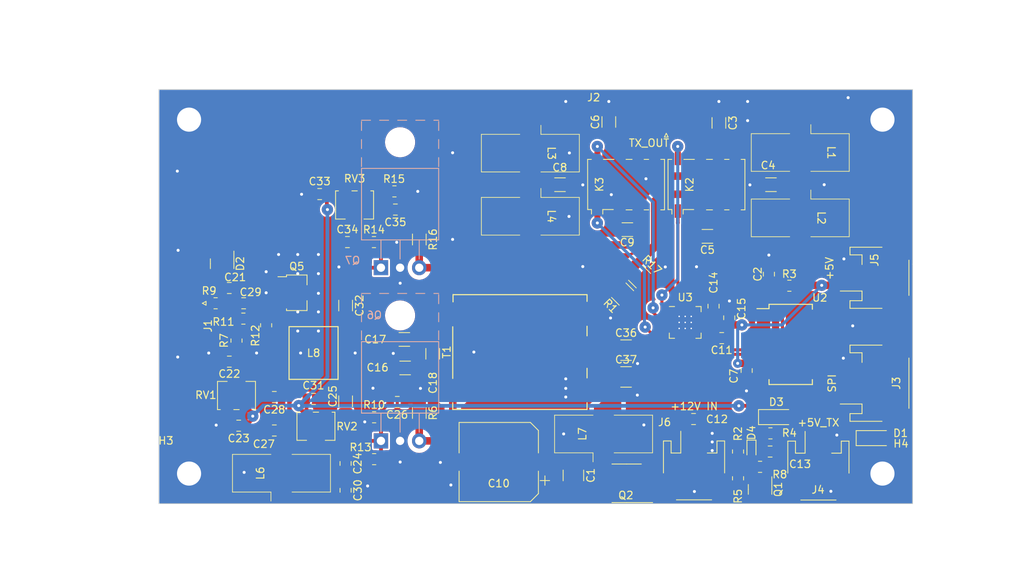
<source format=kicad_pcb>
(kicad_pcb (version 20221018) (generator pcbnew)
  (layers (0 "F.Cu" signal) (31 "B.Cu" signal) (34 "B.Paste" user) (35 "F.Paste" user) (36 "B.SilkS" user "B.Silkscreen") (37 "F.SilkS" user "F.Silkscreen") (38 "B.Mask" user) (39 "F.Mask" user) (44 "Edge.Cuts" user))
  (net 0 "")
  (net 1 "Earth")
  (net 2 "+12V_TX")
  (net 3 "Net-(U2-A0)")
  (net 4 "+5V")
  (net 5 "Net-(U3-VCP)")
  (net 6 "Net-(U3-VINT)")
  (net 7 "Net-(Q5-G)")
  (net 8 "Net-(C21-Pad2)")
  (net 9 "Net-(C22-Pad1)")
  (net 10 "+5V_TX")
  (net 11 "Net-(C24-Pad2)")
  (net 12 "Net-(Q6-G)")
  (net 13 "Net-(C25-Pad2)")
  (net 14 "Net-(C26-Pad1)")
  (net 15 "Net-(C27-Pad1)")
  (net 16 "Net-(C29-Pad1)")
  (net 17 "Net-(Q7-G)")
  (net 18 "Net-(C32-Pad2)")
  (net 19 "Net-(C34-Pad2)")
  (net 20 "Net-(C35-Pad1)")
  (net 21 "/DRNP")
  (net 22 "/S80M")
  (net 23 "/R80M")
  (net 24 "/S10M")
  (net 25 "/R10M")
  (net 26 "Net-(Q5-D)")
  (net 27 "/DRN_1")
  (net 28 "Net-(J1-In)")
  (net 29 "/DRN_2")
  (net 30 "/S_80M")
  (net 31 "/R_80M")
  (net 33 "/R_10M")
  (net 34 "/S_10M")
  (net 39 "SCL")
  (net 40 "SDA")
  (net 53 "Net-(D4-K)")
  (net 54 "Net-(Q1-G)")
  (net 55 "Net-(D3-K)")
  (net 56 "Net-(D4-A)")
  (net 57 "Net-(Q1-D)")
  (net 58 "/FLT4M_1")
  (net 59 "/FLT4M_2")
  (net 60 "/FLT4M_3")
  (net 61 "/FLT30M_1")
  (net 62 "/FLT30M_2")
  (net 63 "/FLT30M_3")
  (net 64 "/FLT_OUT")
  (net 65 "/FLT_IN")
  (footprint "Potentiometer_SMD:Potentiometer_Bourns_3214W_Vertical" (layer "F.Cu") (at 60.833 64.717)
    (fp_text reference "RV2")
    (fp_text value "502")
  )
  (footprint "Capacitor_SMD:C_1210_3225Metric" (layer "F.Cu") (at 101.981 54.61 180)
    (fp_text reference "C36")
    (fp_text value "223")
  )
  (footprint "Resistor_SMD:R_0805_2012Metric" (layer "F.Cu") (at 116.84 68.072 -90)
    (fp_text reference "R2")
    (fp_text value "103")
  )
  (footprint "Capacitor_SMD:C_0805_2012Metric" (layer "F.Cu") (at 64.77 69.657 90)
    (fp_text reference "C24")
    (fp_text value "104")
  )
  (footprint "Capacitor_SMD:C_1206_3216Metric" (layer "F.Cu") (at 76.327 55.0926 90)
    (fp_text reference "C18")
    (fp_text value "331")
  )
  (footprint "Package_DFN_QFN:Texas_S-PWQFN-N16_EP2.1x2.1mm_ThermalVias" (layer "F.Cu") (at 109.8296 50.927)
    (fp_text reference "U3")
    (fp_text value "DRV8833RTY")
  )
  (footprint "Capacitor_SMD:C_0805_2012Metric" (layer "F.Cu") (at 120.9294 44.516 -90)
    (fp_text reference "C2")
    (fp_text value "104")
  )
  (footprint "Capacitor_SMD:C_1206_3216Metric" (layer "F.Cu") (at 72.6694 56.9722)
    (fp_text reference "C16")
    (fp_text value "561")
  )
  (footprint "Capacitor_SMD:C_0805_2012Metric" (layer "F.Cu") (at 71.374 35.941 180)
    (fp_text reference "C35")
    (fp_text value "223")
  )
  (footprint "Resistor_SMD:R_1206_3216Metric" (layer "F.Cu") (at 74.549 39.9141 -90)
    (fp_text reference "R16")
    (fp_text value "751")
  )
  (footprint "Diode_SMD:D_SOD-523" (layer "F.Cu") (at 118.618 67.818 -90)
    (fp_text reference "D4")
    (fp_text value "DZ2S100X0L")
  )
  (footprint "Connector_JST:JST_PH_S2B-PH-SM4-TB_1x02-1MP_P2.00mm_Horizontal" (layer "F.Cu") (at 135 45 90)
    (fp_text reference "J5")
    (fp_text value "+5V")
  )
  (footprint "PhilsFootprintLibrary:L_T50_L13_W8_P5mm" (layer "F.Cu") (at 56.261 70.953 90)
    (fp_text reference "L6")
    (fp_text value "10T")
  )
  (footprint "Resistor_SMD:R_0805_2012Metric" (layer "F.Cu") (at 54.229 51.308 -90)
    (fp_text reference "R12")
    (fp_text value "681")
  )
  (footprint "Capacitor_SMD:C_0805_2012Metric" (layer "F.Cu") (at 55.311 65.278 180)
    (fp_text reference "C27")
    (fp_text value "104")
  )
  (footprint "Diode_SMD:D_SOD-123" (layer "F.Cu") (at 121.919 63.5)
    (fp_text reference "D3")
    (fp_text value "1N4148W")
  )
  (footprint "Relay_SMD:Relay_DPDT_Omron_G6K-2F-Y" (layer "F.Cu") (at 101.981 32.639 90)
    (fp_text reference "K3")
    (fp_text value "G6KU-2")
  )
  (footprint "Resistor_SMD:R_1210_3225Metric_Pad1.30x2.65mm_HandSolder" (layer "F.Cu") (at 101.519984 47.163984 -45)
    (fp_text reference "R1")
    (fp_text value "511")
  )
  (footprint "Capacitor_SMD:C_1206_3216Metric" (layer "F.Cu") (at 64.77 61.39 90)
    (fp_text reference "C25")
    (fp_text value "104")
  )
  (footprint "Connector_JST:JST_PH_S2B-PH-SM4-TB_1x02-1MP_P2.00mm_Horizontal" (layer "F.Cu") (at 127.5 70)
    (fp_text reference "J4")
    (fp_text value "+5V_TX")
  )
  (footprint "Potentiometer_SMD:Potentiometer_Bourns_3214W_Vertical" (layer "F.Cu") (at 50.292 60.632 180)
    (fp_text reference "RV1")
    (fp_text value "502")
  )
  (footprint "Resistor_SMD:R_1210_3225Metric_Pad1.30x2.65mm_HandSolder" (layer "F.Cu") (at 103.780584 44.877984 -45)
    (fp_text reference locked "R17")
    (fp_text value "511")
  )
  (footprint "Capacitor_SMD:C_0805_2012Metric" (layer "F.Cu") (at 49.337 46.355 180)
    (fp_text reference "C21")
    (fp_text value "104")
  )
  (footprint "Connector_JST:JST_PH_S3B-PH-SM4-TB_1x03-1MP_P2.00mm_Horizontal" (layer "F.Cu") (at 135 59 90)
    (fp_text reference "J3")
    (fp_text value "SPI")
  )
  (footprint "Capacitor_SMD:C_0805_2012Metric" (layer "F.Cu") (at 61.3308 33.8836)
    (fp_text reference "C33")
    (fp_text value "104")
  )
  (footprint "Resistor_SMD:R_0805_2012Metric" (layer "F.Cu") (at 51.2045 50.419 180)
    (fp_text reference "R11")
    (fp_text value "472")
  )
  (footprint "MountingHole:MountingHole_3.2mm_M3_Pad" (layer "F.Cu") (at 136 24)
    (fp_text reference "H2" hide)
    (fp_text value "MH")
  )
  (footprint "Resistor_SMD:R_0805_2012Metric" (layer "F.Cu") (at 68.5311 40.259)
    (fp_text reference "R14")
    (fp_text value "331")
  )
  (footprint "Capacitor_SMD:C_0805_2012Metric" (layer "F.Cu") (at 55.311 60.833 180)
    (fp_text reference "C28")
    (fp_text value "104")
  )
  (footprint "Resistor_SMD:R_0805_2012Metric" (layer "F.Cu") (at 123.6472 46.0502 180)
    (fp_text reference "R3")
    (fp_text value "103")
  )
  (footprint "MountingHole:MountingHole_3.2mm_M3_Pad" (layer "F.Cu") (at 44 71)
    (fp_text reference "H3")
    (fp_text value "MH")
  )
  (footprint "Capacitor_SMD:C_1206_3216Metric" (layer "F.Cu") (at 114.3 24.433 -90)
    (fp_text reference "C3")
    (fp_text value "102")
  )
  (footprint "PhilsFootprintLibrary:L_T50_L13_W8_P5mm" (layer "F.Cu") (at 89.281 36.83 -90)
    (fp_text reference "L4")
    (fp_text value "330n, T50-6, 9t")
  )
  (footprint "Capacitor_SMD:C_0805_2012Metric" (layer "F.Cu") (at 110.937 63.754 180)
    (fp_text reference "C12")
    (fp_text value "104")
  )
  (footprint "Package_TO_SOT_SMD:SOT-23" (layer "F.Cu") (at 119.761 73.1012 -90)
    (fp_text reference "Q1")
    (fp_text value "BSS138")
  )
  (footprint "Package_TO_SOT_SMD:SOT-23" (layer "F.Cu") (at 48.387 43.1315 -90)
    (fp_text reference "D2")
    (fp_text value "BAV99")
  )
  (footprint "Capacitor_SMD:C_0805_2012Metric" (layer "F.Cu") (at 114.6708 53.0098)
    (fp_text reference "C11")
    (fp_text value "104")
  )
  (footprint "Capacitor_SMD:C_0805_2012Metric" (layer "F.Cu") (at 60.513 61.087 180)
    (fp_text reference "C31")
    (fp_text value "104")
  )
  (footprint "Capacitor_SMD:C_1210_3225Metric" (layer "F.Cu") (at 94.996 71.247 -90)
    (fp_text reference "C1")
    (fp_text value "104")
  )
  (footprint "Resistor_SMD:R_0805_2012Metric" (layer "F.Cu") (at 116.84 71.628 90)
    (fp_text reference "R5")
    (fp_text value "102")
  )
  (footprint "Capacitor_SMD:C_0805_2012Metric" (layer "F.Cu") (at 117.983 57.3176 -90)
    (fp_text reference "C7")
    (fp_text value "104")
  )
  (footprint "MountingHole:MountingHole_3.2mm_M3_Pad" (layer "F.Cu") (at 44 24)
    (fp_text reference "H1" hide)
    (fp_text value "MH")
  )
  (footprint "Capacitor_SMD:CP_Elec_10x12.6" (layer "F.Cu") (at 85.09 69.469 180)
    (fp_text reference "C10")
    (fp_text value "1000uFx16V")
  )
  (footprint "Resistor_SMD:R_0805_2012Metric" (layer "F.Cu") (at 71.247 33.528 180)
    (fp_text reference "R15")
    (fp_text value "472")
  )
  (footprint "Capacitor_SMD:C_1206_3216Metric" (layer "F.Cu") (at 64.77 48.69 -90)
    (fp_text reference "C32")
    (fp_text value "104")
  )
  (footprint "PhilsFootprintLibrary:L_T50_L13_W8_P5mm" (layer "F.Cu") (at 125.095 37.044 -90)
    (fp_text reference "L2")
    (fp_text value "T50-2, 21t")
  )
  (footprint "Resistor_SMD:R_0805_2012Metric" (layer "F.Cu") (at 119.761 70.104 180)
    (fp_text reference "R8")
    (fp_text value "475")
  )
  (footprint "PhilsFootprintLibrary:Balun_BN-43-2402_SMD" (layer "F.Cu") (at 60.52 54.991)
    (fp_text reference "L8")
    (fp_text value "1:3")
  )
  (footprint "Resistor_SMD:R_0805_2012Metric" (layer "F.Cu") (at 47.5234 48.387)
    (fp_text reference "R9")
    (fp_text value "47R")
  )
  (footprint "Connector_Coaxial:SMA_Amphenol_132289_EdgeMount" (layer "F.Cu") (at 42.55 48.387 180)
    (fp_text reference "J1")
    (fp_text value "TX_IN")
  )
  (footprint "Capacitor_SMD:C_0805_2012Metric" (layer "F.Cu") (at 65.0138 40.259)
    (fp_text reference "C34")
    (fp_text value "104")
  )
  (footprint "Capacitor_SMD:C_0805_2012Metric" (layer "F.Cu") (at 113.5888 48.768 90)
    (fp_text reference "C14")
    (fp_text value "106")
  )
  (footprint "Capacitor_SMD:C_1206_3216Metric" (layer "F.Cu") (at 121.207 32.639)
    (fp_text reference "C4")
    (fp_text value "152")
  )
  (footprint "MountingHole:MountingHole_3.2mm_M3_Pad" (layer "F.Cu") (at 136 71)
    (fp_text reference "H4")
    (fp_text value "MH")
  )
  (footprint "Connector_Coaxial:SMA_Amphenol_132289_EdgeMount" (layer "F.Cu") (at 107.315 22.606 90)
    (fp_text reference "J2")
    (fp_text value "TX_OUT")
  )
  (footprint "Resistor_SMD:R_0805_2012Metric" (layer "F.Cu") (at 121.1345 65.659 180)
    (fp_text reference "R4")
    (fp_text value "103")
  )
  (footprint "Capacitor_SMD:C_1206_3216Metric" (layer "F.Cu") (at 99.695 24.306 -90)
    (fp_text reference "C6")
    (fp_text value "100p")
  )
  (footprint "Capacitor_SMD:C_0805_2012Metric" (layer "F.Cu") (at 115.6716 50.3072 -90)
    (fp_text reference "C15")
    (fp_text value "104")
  )
  (footprint "Capacitor_SMD:C_0805_2012Metric" (layer "F.Cu") (at 51.242 48.387 180)
    (fp_text reference "C29")
    (fp_text value "103")
  )
  (footprint "Resistor_SMD:R_0805_2012Metric" (layer "F.Cu") (at 50.292 53.34 90)
    (fp_text reference "R7")
    (fp_text value "331")
  )
  (footprint "Capacitor_SMD:C_1206_3216Metric" (layer "F.Cu") (at 93.218 32.639 180)
    (fp_text reference "C8")
    (fp_text value "220p")
  )
  (footprint "PhilsFootprintLibrary:Balun_5PIN_BN-43-202_SMD_Inverse" (layer "F.Cu") (at 87.884 54.864 180)
    (fp_text reference "T1")
    (fp_text value "0.5+0.5T:4T")
  )
  (footprint "Diode_SMD:D_SOD-123" (layer "F.Cu") (at 134.874 66.294)
    (fp_text reference "D1")
    (fp_text value "1N4148W")
  )
  (footprint "Capacitor_SMD:C_0805_2012Metric" (layer "F.Cu") (at 50.5866 64.643 180)
    (fp_text reference "C23")
    (fp_text value "104")
  )
  (footprint "Capacitor_SMD:C_0805_2012Metric" (layer "F.Cu") (at 64.77 73.218 90)
    (fp_text reference "C30")
    (fp_text value "104")
  )
  (footprint "Connector_JST:JST_PH_S2B-PH-SM4-TB_1x02-1MP_P2.00mm_Horizontal" (layer "F.Cu") (at 111 69.977)
    (fp_text reference "J6")
    (fp_text value "+12V IN")
  )
  (footprint "Capacitor_SMD:C_1206_3216Metric" (layer "F.Cu") (at 72.5678 53.1876)
    (fp_text reference "C17")
    (fp_text value "561")
  )
  (footprint "Capacitor_SMD:C_1210_3225Metric" (layer "F.Cu") (at 101.981 58.166)
    (fp_text reference "C37")
    (fp_text value "104")
  )
  (footprint "Capacitor_SMD:C_0805_2012Metric" (layer "F.Cu") (at 49.342 56.134 180)
    (fp_text reference "C22")
    (fp_text value "104")
  )
  (footprint "Capacitor_SMD:C_0805_2012Metric" (layer "F.Cu") (at 121.097 68.072 180)
    (fp_text reference "C13")
    (fp_text value "106")
  )
  (footprint "Capacitor_SMD:C_1206_3216Metric" (layer "F.Cu") (at 102.157 38.608)
    (fp_text reference "C9")
    (fp_text value "100p")
  )
  (footprint "PhilsFootprintLibrary:L_T50_L13_W8_P5mm" (layer "F.Cu") (at 99 65.746 90)
    (fp_text reference "L7")
    (fp_text value "T50-2, 15T, d0.5")
  )
  (footprint "Relay_SMD:Relay_DPDT_Omron_G6K-2F-Y" (layer "F.Cu") (at 112.649 32.639 90)
    (fp_text reference "K2")
    (fp_text value "G6KU-2")
  )
  (footprint "Capacitor_SMD:C_1206_3216Metric" (layer "F.Cu") (at 112.776 39.497)
    (fp_text reference "C5")
    (fp_text value "102")
  )
  (footprint "Resistor_SMD:R_1206_3216Metric" (layer "F.Cu") (at 74.549 62.9519 -90)
    (fp_text reference "R6")
    (fp_text value "751")
  )
  (footprint "PhilsFootprintLibrary:L_T50_L13_W8_P5mm" (layer "F.Cu") (at 89.281 28.448 -90)
    (fp_text reference "L3")
    (fp_text value "330nHn")
  )
  (footprint "Package_SO:SOIC-8_3.9x4.9mm_P1.27mm" (layer "F.Cu") (at 102.0572 72.2884 180)
    (fp_text reference "Q2")
    (fp_text value "IRF7324")
  )
  (footprint "Resistor_SMD:R_0805_2012Metric" (layer "F.Cu") (at 68.5565 69.088)
    (fp_text reference "R13")
    (fp_text value "331")
  )
  (footprint "Capacitor_SMD:C_0805_2012Metric" (layer "F.Cu") (at 71.628 61.4934 180)
    (fp_text reference "C26")
    (fp_text value "223")
  )
  (footprint "Resistor_SMD:R_0805_2012Metric" (layer "F.Cu") (at 68.5565 63.5254)
    (fp_text reference "R10")
    (fp_text value "472")
  )
  (footprint "Potentiometer_SMD:Potentiometer_Bourns_3214W_Vertical" (layer "F.Cu") (at 65.9638 35.3314)
    (fp_text reference "RV3")
    (fp_text value "502")
  )
  (footprint "PhilsFootprintLibrary:L_T50_L13_W8_P5mm" (layer "F.Cu") (at 125.095 28.361 -90)
    (fp_text reference "L1")
    (fp_text value "2.2uH")
  )
  (footprint "Package_TO_SOT_SMD:SOT-89-3" (layer "F.Cu") (at 58.293 46.99)
    (fp_text reference "Q5")
    (fp_text value "RD01MUS2B")
  )
  (footprint "Package_SO:SSOP-28_5.3x10.2mm_P0.65mm" (layer "F.Cu") (at 123.825 53.848)
    (fp_text reference "U2")
    (fp_text value "MCP23017_SS")
  )
  (footprint "Package_TO_SOT_THT:TO-220-3_Horizontal_TabUp" (layer "B.Cu") (at 69.46 43.66)
    (fp_text reference "Q7")
    (fp_text value "RD16HHF1")
  )
  (footprint "Package_TO_SOT_THT:TO-220-3_Horizontal_TabUp" (layer "B.Cu") (at 69.46 66.66)
    (fp_text reference "Q6")
    (fp_text value "RD16HHF1")
  )
  (gr_line (start 140 75) (end 40 75) (stroke (width 0.1)) (layer "Edge.Cuts"))
  (gr_line (start 40 50.8) (end 40 20) (stroke (width 0.1)) (layer "Edge.Cuts"))
  (gr_line (start 40 20) (end 140 20) (stroke (width 0.1)) (layer "Edge.Cuts"))
  (gr_line (start 140 43.2) (end 140 75) (stroke (width 0.1)) (layer "Edge.Cuts"))
  (gr_line (start 140 20) (end 140 43.2) (stroke (width 0.1)) (layer "Edge.Cuts"))
  (gr_line (start 40 75) (end 40 50.8) (stroke (width 0.1)) (layer "Edge.Cuts"))
  (via (at 42.4942 55.5244) (size 0.8) (drill 0.4) (layers "F.Cu" "B.Cu") (net 1))
  (via (at 114.3 21.59) (size 0.8) (drill 0.4) (layers "F.Cu" "B.Cu") (net 1))
  (via (at 113.411 65.659) (size 0.8) (drill 0.4) (layers "F.Cu" "B.Cu") (net 1))
  (via (at 103.4796 60.579) (size 0.8) (drill 0.4) (layers "F.Cu" "B.Cu") (net 1))
  (via (at 72.009 69.469) (size 0.8) (drill 0.4) (layers "F.Cu" "B.Cu") (net 1))
  (via (at 93.7006 65.7352) (size 0.8) (drill 0.4) (layers "F.Cu" "B.Cu") (net 1))
  (via (at 104.3432 64.5414) (size 0.8) (drill 0.4) (layers "F.Cu" "B.Cu") (net 1))
  (via (at 118.11 21.59) (size 0.8) (drill 0.4) (layers "F.Cu" "B.Cu") (net 1))
  (via (at 115.697 48.0822) (size 0.8) (drill 0.4) (layers "F.Cu" "B.Cu") (net 1))
  (via (at 96.2406 43.5102) (size 0.8) (drill 0.4) (layers "F.Cu" "B.Cu") (net 1))
  (via (at 54.229 44.196) (size 0.8) (drill 0.4) (layers "F.Cu" "B.Cu") (net 1))
  (via (at 74.3458 33.528) (size 0.8) (drill 0.4) (layers "F.Cu" "B.Cu") (net 1))
  (via (at 94.4626 28.4226) (size 0.8) (drill 0.4) (layers "F.Cu" "B.Cu") (net 1))
  (via (at 42.545 41.3512) (size 0.8) (drill 0.4) (layers "F.Cu" "B.Cu") (net 1))
  (via (at 118.11 24.13) (size 0.8) (drill 0.4) (layers "F.Cu" "B.Cu") (net 1))
  (via (at 107.188 43.561) (size 0.8) (drill 0.4) (layers "F.Cu" "B.Cu") (net 1))
  (via (at 52.959 54.991) (size 0.8) (drill 0.4) (layers "F.Cu" "B.Cu") (net 1))
  (via (at 93.98 59.69) (size 0.8) (drill 0.4) (layers "F.Cu" "B.Cu") (net 1))
  (via (at 54.229 46.99) (size 0.8) (drill 0.4) (layers "F.Cu" "B.Cu") (net 1))
  (via (at 113.411 66.802) (size 0.8) (drill 0.4) (layers "F.Cu" "B.Cu") (net 1))
  (via (at 111.0488 73.3806) (size 0.8) (drill 0.4) (layers "F.Cu" "B.Cu") (net 1))
  (via (at 93.98 60.833) (size 0.8) (drill 0.4) (layers "F.Cu" "B.Cu") (net 1))
  (via (at 61.1632 47.0662) (size 0.8) (drill 0.4) (layers "F.Cu" "B.Cu") (net 1))
  (via (at 94.4118 36.8554) (size 0.8) (drill 0.4) (layers "F.Cu" "B.Cu") (net 1))
  (via (at 71.5518 40.2844) (size 0.8) (drill 0.4) (layers "F.Cu" "B.Cu") (net 1))
  (via (at 61.1632 44.45) (size 0.8) (drill 0.4) (layers "F.Cu" "B.Cu") (net 1))
  (via (at 71.0946 55.0418) (size 0.8) (drill 0.4) (layers "F.Cu" "B.Cu") (net 1))
  (via (at 47.5996 64.5668) (size 0.8) (drill 0.4) (layers "F.Cu" "B.Cu") (net 1))
  (via (at 96.2406 32.6644) (size 0.8) (drill 0.4) (layers "F.Cu" "B.Cu") (net 1))
  (via (at 130.81 55.6768) (size 0.8) (drill 0.4) (layers "F.Cu" "B.Cu") (net 1))
  (via (at 58.928 33.909) (size 0.8) (drill 0.4) (layers "F.Cu" "B.Cu") (net 1))
  (via (at 58.42 49.53) (size 0.8) (drill 0.4) (layers "F.Cu" "B.Cu") (net 1))
  (via (at 67.691 72.644) (size 0.8) (drill 0.4) (layers "F.Cu" "B.Cu") (net 1))
  (via (at 42.4434 30.8356) (size 0.8) (drill 0.4) (layers "F.Cu" "B.Cu") (net 1))
  (via (at 63.881 43.561) (size 0.8) (drill 0.4) (layers "F.Cu" "B.Cu") (net 1))
  (via (at 58.801 54.991) (size 0.8) (drill 0.4) (layers "F.Cu" "B.Cu") (net 1))
  (via (at 72.009 45.72) (size 0.8) (drill 0.4) (layers "F.Cu" "B.Cu") (net 1))
  (via (at 129.9464 65.8876) (size 0.8) (drill 0.4) (layers "F.Cu" "B.Cu") (net 1))
  (via (at 129.159 73.3552) (size 0.8) (drill 0.4) (layers "F.Cu" "B.Cu") (net 1))
  (via (at 68.4022 59.6646) (size 0.8) (drill 0.4) (layers "F.Cu" "B.Cu") (net 1))
  (via (at 81.788 54.864) (size 0.8) (drill 0.4) (layers "F.Cu" "B.Cu") (net 1))
  (via (at 61.1632 41.91) (size 0.8) (drill 0.4) (layers "F.Cu" "B.Cu") (net 1))
  (via (at 61.1632 49.53) (size 0.8) (drill 0.4) (layers "F.Cu" "B.Cu") (net 1))
  (via (at 103.505 56.388) (size 0.8) (drill 0.4) (layers "F.Cu" "B.Cu") (net 1))
  (via (at 93.98 21.59) (size 0.8) (drill 0.4) (layers "F.Cu" "B.Cu") (net 1))
  (via (at 117.9576 60.0202) (size 0.8) (drill 0.4) (layers "F.Cu" "B.Cu") (net 1))
  (via (at 66.04 54.991) (size 0.8) (drill 0.4) (layers "F.Cu" "B.Cu") (net 1))
  (via (at 113.411 67.945) (size 0.8) (drill 0.4) (layers "F.Cu" "B.Cu") (net 1))
  (via (at 55.88 41.91) (size 0.8) (drill 0.4) (layers "F.Cu" "B.Cu") (net 1))
  (via (at 61.1632 52.07) (size 0.8) (drill 0.4) (layers "F.Cu" "B.Cu") (net 1))
  (via (at 118.4148 32.6644) (size 0.8) (drill 0.4) (layers "F.Cu" "B.Cu") (net 1))
  (via (at 100.0252 33.9598) (size 0.8) (drill 0.4) (layers "F.Cu" "B.Cu") (net 1))
  (via (at 130.8862 42.4942) (size 0.8) (drill 0.4) (layers "F.Cu" "B.Cu") (net 1))
  (via (at 132.0546 51.3842) (size 0.8) (drill 0.4) (layers "F.Cu" "B.Cu") (net 1))
  (via (at 78.9686 39.9034) (size 0.8) (drill 0.4) (layers "F.Cu" "B.Cu") (net 1))
  (via (at 111.3282 43.5356) (size 0.8) (drill 0.4) (layers "F.Cu" "B.Cu") (net 1))
  (via (at 67.31 64.135) (size 0.8) (drill 0.4) (layers "F.Cu" "B.Cu") (net 1))
  (via (at 93.98 58.42) (size 0.8) (drill 0.4) (layers "F.Cu" "B.Cu") (net 1))
  (via (at 128.27 32.639) (size 0.8) (drill 0.4) (layers "F.Cu" "B.Cu") (net 1))
  (via (at 77.343 69.5198) (size 0.8) (drill 0.4) (layers "F.Cu" "B.Cu") (net 1))
  (via (at 58.42 52.07) (size 0.8) (drill 0.4) (layers "F.Cu" "B.Cu") (net 1))
  (via (at 58.42 44.45) (size 0.8) (drill 0.4) (layers "F.Cu" "B.Cu") (net 1))
  (via (at 120.9294 41.9862) (size 0.8) (drill 0.4) (layers "F.Cu" "B.Cu") (net 1))
  (via (at 104.6226 31.8516) (size 0.8) (drill 0.4) (layers "F.Cu" "B.Cu") (net 1))
  (via (at 51.308 70.8406) (size 0.8) (drill 0.4) (layers "F.Cu" "B.Cu") (net 1))
  (via (at 99.9236 50.3428) (size 0.8) (drill 0.4) (layers "F.Cu" "B.Cu") (net 1))
  (via (at 99.695 21.59) (size 0.8) (drill 0.4) (layers "F.Cu" "B.Cu") (net 1))
  (via (at 46.609 54.991) (size 0.8) (drill 0.4) (layers "F.Cu" "B.Cu") (net 1))
  (via (at 78.9686 28.3972) (size 0.8) (drill 0.4) (layers "F.Cu" "B.Cu") (net 1))
  (via (at 131.445 21.082) (size 0.8) (drill 0.4) (layers "F.Cu" "B.Cu") (net 1))
  (via (at 74.7014 59.69) (size 0.8) (drill 0.4) (layers "F.Cu" "B.Cu") (net 1))
  (via (at 78.74 72.517) (size 0.8) (drill 0.4) (layers "F.Cu" "B.Cu") (net 1))
  (via (at 58.42 41.91) (size 0.8) (drill 0.4) (layers "F.Cu" "B.Cu") (net 1))
  (segment (start 56.976 74.168) (end 99.887 74.168) (width 1) (layer "F.Cu") (net 2))
  (segment (start 56.261 73.453) (end 56.976 74.168) (width 1) (layer "F.Cu") (net 2))
  (segment (start 99 68.246) (end 98.378 68.246) (width 1) (layer "F.Cu") (net 2))
  (segment (start 109.5046 46.390272) (end 110.378072 45.5168) (width 0.4) (layer "F.Cu") (net 3))
  (segment (start 125.984 57.882) (end 125.984 56.2102) (width 0.4) (layer "F.Cu") (net 3))
  (segment (start 109.5046 49.0645) (end 109.5046 46.390272) (width 0.4) (layer "F.Cu") (net 3))
  (segment (start 125.984 56.2102) (end 126.0712 56.123) (width 0.4) (layer "F.Cu") (net 3))
  (segment (start 122.7347 52.7865) (end 122.7347 46.0502) (width 0.4) (layer "F.Cu") (net 3))
  (segment (start 127.425 58.073) (end 126.175 58.073) (width 0.4) (layer "F.Cu") (net 3))
  (segment (start 110.378072 45.5168) (end 122.2013 45.5168) (width 0.4) (layer "F.Cu") (net 3))
  (segment (start 126.0712 56.123) (end 122.7347 52.7865) (width 0.4) (layer "F.Cu") (net 3))
  (segment (start 126.0712 56.123) (end 127.425 56.123) (width 0.4) (layer "F.Cu") (net 3))
  (segment (start 126.175 58.073) (end 125.984 57.882) (width 0.4) (layer "F.Cu") (net 3))
  (segment (start 122.2013 45.5168) (end 122.7347 46.0502) (width 0.4) (layer "F.Cu") (net 3))
  (segment (start 124.6099 46) (end 124.5597 46.0502) (width 0.4) (layer "F.Cu") (net 4))
  (segment (start 116.7892 56.3626) (end 117.978 56.3626) (width 1) (layer "F.Cu") (net 4))
  (segment (start 115.6208 51.308) (end 115.6716 51.2572) (width 0.4) (layer "F.Cu") (net 4))
  (segment (start 127.9398 46) (end 124.6099 46) (width 1) (layer "F.Cu") (net 4))
  (segment (start 115.6664 51.252) (end 115.6716 51.2572) (width 0.4) (layer "F.Cu") (net 4))
  (segment (start 132.15 46) (end 127.9398 46) (width 1) (layer "F.Cu") (net 4))
  (segment (start 115.6208 53.0098) (end 115.6208 51.308) (width 1) (layer "F.Cu") (net 4))
  (segment (start 117.983 56.3676) (end 117.983 55.815) (width 0.4) (layer "F.Cu") (net 4))
  (segment (start 111.6921 51.252) (end 115.6664 51.252) (width 0.4) (layer "F.Cu") (net 4))
  (segment (start 117.983 55.815) (end 118.975 54.823) (width 0.4) (layer "F.Cu") (net 4))
  (segment (start 118.975 54.823) (end 120.225 54.823) (width 0.4) (layer "F.Cu") (net 4))
  (segment (start 117.978 56.3626) (end 117.983 56.3676) (width 0.4) (layer "F.Cu") (net 4))
  (segment (start 115.6716 51.2572) (end 117.348 51.2572) (width 1) (layer "F.Cu") (net 4))
  (segment (start 117.3582 51.2674) (end 117.348 51.2572) (width 0.4) (layer "F.Cu") (net 4))
  (via (at 116.7892 56.3626) (size 1.2) (drill 0.4) (layers "F.Cu" "B.Cu") (net 4))
  (via (at 117.348 51.2572) (size 1.5) (drill 0.4) (layers "F.Cu" "B.Cu") (net 4))
  (via (at 127.9398 46) (size 1.5) (drill 0.4) (layers "F.Cu" "B.Cu") (net 4))
  (segment (start 117.348 51.2572) (end 116.7892 51.816) (width 0.4) (layer "B.Cu") (net 4))
  (segment (start 116.7892 51.816) (end 116.7892 56.3626) (width 0.4) (layer "B.Cu") (net 4))
  (segment (start 117.348 51.2572) (end 122.6826 51.2572) (width 0.4) (layer "B.Cu") (net 4))
  (segment (start 122.6826 51.2572) (end 127.9398 46) (width 0.4) (layer "B.Cu") (net 4))
  (segment (start 112.613 51.902) (end 113.7208 53.0098) (width 0.4) (layer "F.Cu") (net 5))
  (segment (start 111.6921 51.902) (end 112.613 51.902) (width 0.4) (layer "F.Cu") (net 5))
  (segment (start 112.4638 48.0388) (end 112.6846 47.818) (width 0.4) (layer "F.Cu") (net 6))
  (segment (start 112.463799 49.664401) (end 112.4638 48.0388) (width 0.4) (layer "F.Cu") (net 6))
  (segment (start 112.6846 47.818) (end 113.5888 47.818) (width 0.4) (layer "F.Cu") (net 6))
  (segment (start 111.6921 49.952) (end 112.1762 49.952) (width 0.4) (layer "F.Cu") (net 6))
  (segment (start 112.1762 49.952) (end 112.463799 49.664401) (width 0.4) (layer "F.Cu") (net 6))
  (segment (start 51.152 45.49) (end 50.287 46.355) (width 0.5) (layer "F.Cu") (net 7))
  (segment (start 56.343 45.49) (end 51.152 45.49) (width 0.5) (layer "F.Cu") (net 7))
  (segment (start 50.287 52.4225) (end 50.292 52.4275) (width 0.5) (layer "F.Cu") (net 7))
  (segment (start 50.287 46.355) (end 50.287 52.4225) (width 0.5) (layer "F.Cu") (net 7))
  (segment (start 48.387 44.069) (end 48.387 48.387) (width 0.5) (layer "F.Cu") (net 8))
  (segment (start 50.292 54.2525) (end 50.292 59.182) (width 0.5) (layer "F.Cu") (net 9))
  (segment (start 62.2808 35.8648) (end 62.357 35.941) (width 0.5) (layer "F.Cu") (net 10))
  (segment (start 59.436 61.087) (end 58.547 61.976) (width 0.5) (layer "F.Cu") (net 10))
  (segment (start 52.451 63.373) (end 52.451 62.991) (width 0.5) (layer "F.Cu") (net 10))
  (segment (start 130.048 69.596) (end 127.254 69.596) (width 0.5) (layer "F.Cu") (net 10))
  (segment (start 52.451 63.373) (end 52.451 63.7286) (width 0.5) (layer "F.Cu") (net 10))
  (segment (start 52.451 63.7286) (end 51.5366 64.643) (width 0.5) (layer "F.Cu") (net 10))
  (segment (start 52.451 63.373) (end 51.542 63.373) (width 0.5) (layer "F.Cu") (net 10))
  (segment (start 125.73 63.5) (end 123.569 63.5) (width 1) (layer "F.Cu") (net 10))
  (segment (start 123.569 63.5) (end 122.0704 62.0014) (width 0.5) (layer "F.Cu") (net 10))
  (segment (start 58.547 61.976) (end 59.583 61.976) (width 0.5) (layer "F.Cu") (net 10))
  (segment (start 52.451 62.991) (end 51.542 62.082) (width 0.5) (layer "F.Cu") (net 10))
  (segment (start 133.224 66.294) (end 133.224 66.42) (width 0.5) (layer "F.Cu") (net 10))
  (segment (start 59.583 61.976) (end 59.583 61.107) (width 0.5) (layer "F.Cu") (net 10))
  (segment (start 51.542 63.373) (end 51.542 64.6376) (width 0.5) (layer "F.Cu") (net 10))
  (segment (start 133.351 66.167) (end 133.224 66.294) (width 0.5) (layer "F.Cu") (net 10))
  (segment (start 51.542 64.6376) (end 51.5366 64.643) (width 0.5) (layer "F.Cu") (net 10))
  (segment (start 126.5 64.27) (end 125.73 63.5) (width 1) (layer "F.Cu") (net 10))
  (segment (start 122.0704 62.0014) (end 116.9416 62.0014) (width 0.5) (layer "F.Cu") (net 10))
  (segment (start 59.583 63.267) (end 59.583 61.976) (width 0.5) (layer "F.Cu") (net 10))
  (segment (start 58.547 61.976) (end 58.547 62.231) (width 0.5) (layer "F.Cu") (net 10))
  (segment (start 62.283 33.8814) (end 62.2808 33.8836) (width 0.5) (layer "F.Cu") (net 10))
  (segment (start 127.254 69.596) (end 126.5 68.842) (width 0.5) (layer "F.Cu") (net 10))
  (segment (start 64.7138 33.8814) (end 62.283 33.8814) (width 0.5) (layer "F.Cu") (net 10))
  (segment (start 59.563 61.087) (end 59.436 61.087) (width 0.5) (layer "F.Cu") (net 10))
  (segment (start 58.547 62.231) (end 59.583 63.267) (width 0.5) (layer "F.Cu") (net 10))
  (segment (start 126.5 68.842) (end 126.5 67.15) (width 0.5) (layer "F.Cu") (net 10))
  (segment (start 62.2808 33.8836) (end 62.2808 35.8648) (width 0.5) (layer "F.Cu") (net 10))
  (segment (start 51.542 62.082) (end 51.542 63.373) (width 0.5) (layer "F.Cu") (net 10))
  (segment (start 133.224 66.42) (end 130.048 69.596) (width 0.5) (layer "F.Cu") (net 10))
  (segment (start 126.5 67.15) (end 126.5 64.27) (width 1) (layer "F.Cu") (net 10))
  (segment (start 59.583 61.107) (end 59.563 61.087) (width 0.5) (layer "F.Cu") (net 10))
  (via (at 116.9416 62.0014) (size 1.5) (drill 0.4) (layers "F.Cu" "B.Cu") (net 10))
  (via (at 58.547 61.976) (size 1.5) (drill 0.4) (layers "F.Cu" "B.Cu") (net 10))
  (via (at 62.357 35.941) (size 1.5) (drill 0.4) (layers "F.Cu" "B.Cu") (net 10))
  (via (at 52.451 63.373) (size 1.5) (drill 0.4) (layers "F.Cu" "B.Cu") (net 10))
  (segment (start 62.357 58.166) (end 58.547 61.976) (width 0.5) (layer "B.Cu") (net 10))
  (segment (start 53.848 61.976) (end 52.451 63.373) (width 0.5) (layer "B.Cu") (net 10))
  (segment (start 58.547 61.976) (end 53.848 61.976) (width 0.5) (layer "B.Cu") (net 10))
  (segment (start 62.357 35.941) (end 62.357 58.166) (width 0.5) (layer "B.Cu") (net 10))
  (segment (start 116.9416 62.0014) (end 58.5724 62.0014) (width 0.5) (layer "B.Cu") (net 10))
  (segment (start 58.5724 62.0014) (end 58.547 61.976) (width 0.5) (layer "B.Cu") (net 10))
  (segment (start 67.644 69.088) (end 65.151 69.088) (width 0.5) (layer "F.Cu") (net 11))
  (segment (start 65.151 69.088) (end 64.77 68.707) (width 0.5) (layer "F.Cu") (net 11))
  (segment (start 60.833 66.167) (end 62.23 66.167) (width 0.5) (layer "F.Cu") (net 11))
  (segment (start 62.23 66.167) (end 64.77 68.707) (width 0.5) (layer "F.Cu") (net 11))
  (segment (start 69.469 68.914) (end 69.469 62.7024) (width 0.5) (layer "F.Cu") (net 12))
  (segment (start 64.77 64.643) (end 66.787 66.66) (width 0.5) (layer "F.Cu") (net 12))
  (segment (start 64.77 62.865) (end 64.77 64.643) (width 0.5) (layer "F.Cu") (net 12))
  (segment (start 69.469 62.7024) (end 70.678 61.4934) (width 0.5) (layer "F.Cu") (net 12))
  (segment (start 66.787 66.66) (end 69.46 66.66) (width 0.5) (layer "F.Cu") (net 12))
  (segment (start 64.77 57.741) (end 64.77 59.915) (width 1) (layer "F.Cu") (net 13))
  (segment (start 72.578 61.4934) (end 74.545 61.4934) (width 0.5) (layer "F.Cu") (net 14))
  (segment (start 74.545 61.4934) (end 74.549 61.4894) (width 0.5) (layer "F.Cu") (net 14))
  (segment (start 56.27 68.444) (end 56.261 68.453) (width 0.5) (layer "F.Cu") (net 15))
  (segment (start 56.27 57.741) (end 56.27 68.444) (width 1) (layer "F.Cu") (net 15))
  (segment (start 54.229 50.3955) (end 54.229 49.403) (width 0.5) (layer "F.Cu") (net 16))
  (segment (start 53.213 48.387) (end 52.192 48.387) (width 0.5) (layer "F.Cu") (net 16))
  (segment (start 54.229 49.403) (end 53.213 48.387) (width 0.5) (layer "F.Cu") (net 16))
  (segment (start 70.3345 33.528) (end 70.3345 35.8515) (width 0.5) (layer "F.Cu") (net 17))
  (segment (start 69.4574 43.6626) (end 69.46 43.66) (width 0.5) (layer "F.Cu") (net 17))
  (segment (start 64.77 47.215) (end 64.77 45.593) (width 0.5) (layer "F.Cu") (net 17))
  (segment (start 70.3376 37.206) (end 69.469 38.0746) (width 0.5) (layer "F.Cu") (net 17))
  (segment (start 66.7004 43.6626) (end 69.4574 43.6626) (width 0.5) (layer "F.Cu") (net 17))
  (segment (start 70.3376 35.941) (end 70.3376 37.206) (width 0.5) (layer "F.Cu") (net 17))
  (segment (start 70.3345 35.8515) (end 70.424 35.941) (width 0.5) (layer "F.Cu") (net 17))
  (segment (start 69.46 38.0836) (end 69.469 38.0746) (width 0.5) (layer "F.Cu") (net 17))
  (segment (start 64.77 45.593) (end 66.7004 43.6626) (width 0.5) (layer "F.Cu") (net 17))
  (segment (start 69.46 43.66) (end 69.46 38.0836) (width 0.5) (layer "F.Cu") (net 17))
  (segment (start 64.77 52.241) (end 64.77 50.165) (width 1) (layer "F.Cu") (net 18))
  (segment (start 65.9638 36.7814) (end 65.9638 40.259) (width 0.5) (layer "F.Cu") (net 19))
  (segment (start 67.6186 40.259) (end 65.9638 40.259) (width 0.5) (layer "F.Cu") (net 19))
  (segment (start 73.7616 35.941) (end 72.2376 35.941) (width 0.5) (layer "F.Cu") (net 20))
  (segment (start 74.549 36.7284) (end 73.7616 35.941) (width 0.5) (layer "F.Cu") (net 20))
  (segment (start 74.549 38.4516) (end 74.549 36.7284) (width 0.5) (layer "F.Cu") (net 20))
  (segment (start 108.8546 37.7346) (end 108.839 37.719) (width 0.4) (layer "F.Cu") (net 22))
  (segment (start 108.849 37.709) (end 108.839 37.719) (width 0.5) (layer "F.Cu") (net 22))
  (segment (start 108.849 36.139) (end 108.849 37.709) (width 0.5) (layer "F.Cu") (net 22))
  (segment (start 108.8546 49.0645) (end 108.8546 37.7346) (width 0.4) (layer "F.Cu") (net 22))
  (segment (start 106.7373 47.2948) (end 106.7373 49.924129) (width 0.4) (layer "F.Cu") (net 23))
  (segment (start 108.849 29.139) (end 108.849 27.569) (width 0.5) (layer "F.Cu") (net 23))
  (segment (start 107.415171 50.602) (end 107.9671 50.602) (width 0.4) (layer "F.Cu") (net 23))
  (segment (start 108.849 27.569) (end 108.839 27.559) (width 0.5) (layer "F.Cu") (net 23))
  (segment (start 106.7373 49.924129) (end 107.415171 50.602) (width 0.4) (layer "F.Cu") (net 23))
  (via (at 108.839 27.559) (size 1.5) (drill 0.4) (layers "F.Cu" "B.Cu") (net 23))
  (via (at 106.7373 47.2948) (size 1.5) (drill 0.4) (layers "F.Cu" "B.Cu") (net 23))
  (segment (start 106.7373 47.2948) (end 108.839 45.1931) (width 0.4) (layer "B.Cu") (net 23))
  (segment (start 108.839 45.1931) (end 108.839 27.559) (width 0.4) (layer "B.Cu") (net 23))
  (segment (start 108.8546 54.1782) (end 108.8546 52.7895) (width 0.4) (layer "F.Cu") (net 24))
  (segment (start 98.181 36.139) (end 98.181 37.709) (width 0.5) (layer "F.Cu") (net 24))
  (segment (start 107.1372 54.1782) (end 108.8546 54.1782) (width 0.4) (layer "F.Cu") (net 24))
  (segment (start 98.181 37.709) (end 98.171 37.719) (width 0.5) (layer "F.Cu") (net 24))
  (segment (start 104.512733 51.543542) (end 104.512733 51.553733) (width 0.4) (layer "F.Cu") (net 24))
  (segment (start 104.512733 51.553733) (end 107.1372 54.1782) (width 0.4) (layer "F.Cu") (net 24))
  (via (at 104.512733 51.543542) (size 1.5) (drill 0.4) (layers "F.Cu" "B.Cu") (net 24))
  (via (at 98.171 37.719) (size 1.5) (drill 0.4) (layers "F.Cu" "B.Cu") (net 24))
  (segment (start 104.512733 51.543542) (end 104.4194 51.450209) (width 0.4) (layer "B.Cu") (net 24))
  (segment (start 104.4194 51.450209) (end 104.4194 43.9674) (width 0.4) (layer "B.Cu") (net 24))
  (segment (start 104.4194 43.9674) (end 98.171 37.719) (width 0.4) (layer "B.Cu") (net 24))
  (segment (start 98.181 27.569) (end 98.171 27.559) (width 0.5) (layer "F.Cu") (net 25))
  (segment (start 105.5689 49.604257) (end 107.216643 51.252) (width 0.4) (layer "F.Cu") (net 25))
  (segment (start 98.181 29.139) (end 98.181 27.569) (width 0.5) (layer "F.Cu") (net 25))
  (segment (start 105.5689 48.9966) (end 105.5689 49.604257) (width 0.4) (layer "F.Cu") (net 25))
  (segment (start 107.216643 51.252) (end 107.9671 51.252) (width 0.4) (layer "F.Cu") (net 25))
  (via (at 105.5689 48.9966) (size 1.5) (drill 0.4) (layers "F.Cu" "B.Cu") (net 25))
  (via (at 98.171 27.559) (size 1.5) (drill 0.4) (layers "F.Cu" "B.Cu") (net 25))
  (segment (start 105.5878 48.9777) (end 105.5878 34.9758) (width 0.4) (layer "B.Cu") (net 25))
  (segment (start 105.5689 48.9966) (end 105.5878 48.9777) (width 0.4) (layer "B.Cu") (net 25))
  (segment (start 105.5878 34.9758) (end 98.171 27.559) (width 0.4) (layer "B.Cu") (net 25))
  (segment (start 54.2495 52.241) (end 54.229 52.2205) (width 0.5) (layer "F.Cu") (net 26))
  (segment (start 56.343 48.49) (end 56.343 52.168) (width 1) (layer "F.Cu") (net 26))
  (segment (start 56.27 48.563) (end 56.343 48.49) (width 0.5) (layer "F.Cu") (net 26))
  (segment (start 54.229 52.2205) (end 56.2495 52.2205) (width 0.5) (layer "F.Cu") (net 26))
  (segment (start 56.2495 52.2205) (end 56.27 52.241) (width 0.5) (layer "F.Cu") (net 26))
  (segment (start 56.343 52.168) (end 56.27 52.241) (width 0.5) (layer "F.Cu") (net 26))
  (segment (start 74.54 66.66) (end 74.54 64.4234) (width 1) (layer "F.Cu") (net 27))
  (segment (start 78.994 64.643) (end 78.994 59.974) (width 1) (layer "F.Cu") (net 27))
  (segment (start 76.327 56.5676) (end 77.8528 56.5676) (width 1) (layer "F.Cu") (net 27))
  (segment (start 74.54 64.4234) (end 74.549 64.4144) (width 1) (layer "F.Cu") (net 27))
  (segment (start 76.3252 56.5658) (end 76.327 56.5676) (width 1) (layer "F.Cu") (net 27))
  (segment (start 78.994 59.974) (end 78.964 59.944) (width 1) (layer "F.Cu") (net 27))
  (segment (start 78.964 57.6788) (end 78.964 59.944) (width 1) (layer "F.Cu") (net 27))
  (segment (start 77.8528 56.5676) (end 78.964 57.6788) (width 1) (layer "F.Cu") (net 27))
  (segment (start 74.549 64.4144) (end 74.549 64.359) (width 1) (layer "F.Cu") (net 27))
  (segment (start 76.977 66.66) (end 78.994 64.643) (width 1) (layer "F.Cu") (net 27))
  (segment (start 74.1172 56.5658) (end 76.3252 56.5658) (width 1) (layer "F.Cu") (net 27))
  (segment (start 74.54 66.66) (end 76.977 66.66) (width 1) (layer "F.Cu") (net 27))
  (segment (start 46.562 48.387) (end 42.55 48.387) (width 0.5) (layer "F.Cu") (net 28))
  (segment (start 78.964 52.3032) (end 78.964 49.864) (width 1) (layer "F.Cu") (net 29))
  (segment (start 78.964 45.817) (end 78.964 49.864) (width 1) (layer "F.Cu") (net 29))
  (segment (start 76.327 53.6176) (end 77.6496 53.6176) (width 1) (layer "F.Cu") (net 29))
  (segment (start 76.807 43.66) (end 78.964 45.817) (width 1) (layer "F.Cu") (net 29))
  (segment (start 74.54 41.3856) (end 74.549 41.3766) (width 1) (layer "F.Cu") (net 29))
  (segment (start 76.3034 53.594) (end 76.327 53.6176) (width 1) (layer "F.Cu") (net 29))
  (segment (start 74.0428 53.594) (end 76.3034 53.594) (width 1) (layer "F.Cu") (net 29))
  (segment (start 74.54 43.66) (end 76.807 43.66) (width 1) (layer "F.Cu") (net 29))
  (segment (start 74.54 43.66) (end 74.54 41.3856) (width 1) (layer "F.Cu") (net 29))
  (segment (start 77.6496 53.6176) (end 78.964 52.3032) (width 1) (layer "F.Cu") (net 29))
  (segment (start 117.4496 46.2026) (end 120.225 48.978) (width 0.4) (layer "F.Cu") (net 30))
  (segment (start 110.1546 46.5888) (end 110.5408 46.2026) (width 0.4) (layer "F.Cu") (net 30))
  (segment (start 120.225 48.978) (end 120.225 49.623) (width 0.4) (layer "F.Cu") (net 30))
  (segment (start 110.5408 46.2026) (end 117.4496 46.2026) (width 0.4) (layer "F.Cu") (net 30))
  (segment (start 110.1546 49.0645) (end 110.1546 46.5888) (width 0.4) (layer "F.Cu") (net 30))
  (segment (start 117.236072 46.8376) (end 118.95 48.551528) (width 0.4) (layer "F.Cu") (net 31))
  (segment (start 110.8046 49.0645) (end 110.8046 47.0564) (width 0.4) (layer "F.Cu") (net 31))
  (segment (start 118.975 50.273) (end 120.225 50.273) (width 0.4) (layer "F.Cu") (net 31))
  (segment (start 111.0234 46.8376) (end 117.236072 46.8376) (width 0.4) (layer "F.Cu") (net 31))
  (segment (start 118.95 48.551528) (end 118.95 50.248) (width 0.4) (layer "F.Cu") (net 31))
  (segment (start 118.95 50.248) (end 118.975 50.273) (width 0.4) (layer "F.Cu") (net 31))
  (segment (start 110.8046 47.0564) (end 111.0234 46.8376) (width 0.4) (layer "F.Cu") (net 31))
  (segment (start 110.8046 54.5688) (end 117.378872 54.5688) (width 0.4) (layer "F.Cu") (net 33))
  (segment (start 110.8046 52.7895) (end 110.8046 54.5688) (width 0.4) (layer "F.Cu") (net 33))
  (segment (start 117.378872 54.5688) (end 118.35 53.597672) (width 0.4) (layer "F.Cu") (net 33))
  (segment (start 118.35 51.9172) (end 118.6942 51.573) (width 0.4) (layer "F.Cu") (net 33))
  (segment (start 118.35 53.597672) (end 118.35 51.9172) (width 0.4) (layer "F.Cu") (net 33))
  (segment (start 118.6942 51.573) (end 120.225 51.573) (width 0.4) (layer "F.Cu") (net 33))
  (segment (start 118.95 52.248) (end 118.975 52.223) (width 0.4) (layer "F.Cu") (net 34))
  (segment (start 118.975 52.223) (end 120.225 52.223) (width 0.4) (layer "F.Cu") (net 34))
  (segment (start 117.6274 55.1688) (end 118.95 53.8462) (width 0.4) (layer "F.Cu") (net 34))
  (segment (start 110.1546 54.9096) (end 110.4138 55.1688) (width 0.4) (layer "F.Cu") (net 34))
  (segment (start 110.4138 55.1688) (end 117.6274 55.1688) (width 0.4) (layer "F.Cu") (net 34))
  (segment (start 118.95 53.8462) (end 118.95 52.248) (width 0.4) (layer "F.Cu") (net 34))
  (segment (start 110.1546 52.7895) (end 110.1546 54.9096) (width 0.4) (layer "F.Cu") (net 34))
  (segment (start 132.15 61) (end 127.421 61) (width 0.4) (layer "F.Cu") (net 39))
  (segment (start 127.421 61) (end 123.317 56.896) (width 0.4) (layer "F.Cu") (net 39))
  (segment (start 123.317 56.896) (end 123.194 56.773) (width 0.4) (layer "F.Cu") (net 39))
  (segment (start 123.194 56.773) (end 120.225 56.773) (width 0.4) (layer "F.Cu") (net 39))
  (segment (start 122.809 57.404) (end 122.79 57.423) (width 0.4) (layer "F.Cu") (net 40))
  (segment (start 134.3 61.519239) (end 133.843239 61.976) (width 0.4) (layer "F.Cu") (net 40))
  (segment (start 132.15 59) (end 133.9554 59) (width 0.4) (layer "F.Cu") (net 40))
  (segment (start 133.843239 61.976) (end 127.381 61.976) (width 0.4) (layer "F.Cu") (net 40))
  (segment (start 133.9554 59) (end 134.3 59.3446) (width 0.4) (layer "F.Cu") (net 40))
  (segment (start 127.381 61.976) (end 122.809 57.404) (width 0.4) (layer "F.Cu") (net 40))
  (segment (start 134.3 59.3446) (end 134.3 61.519239) (width 0.4) (layer "F.Cu") (net 40))
  (segment (start 122.79 57.423) (end 120.225 57.423) (width 0.4) (layer "F.Cu") (net 40))
  (segment (start 110.871 69.85) (end 110 68.979) (width 0.5) (layer "F.Cu") (net 53))
  (segment (start 102.3366 67.7164) (end 102.926 67.127) (width 1) (layer "F.Cu") (net 53))
  (segment (start 102.3366 71.6534) (end 102.3366 67.7164) (width 1) (layer "F.Cu") (net 53))
  (segment (start 110 68.979) (end 110 67.127) (width 0.5) (layer "F.Cu") (net 53))
  (segment (start 117.0085 67.118) (end 116.967 67.1595) (width 0.5) (layer "F.Cu") (net 53))
  (segment (start 102.3366 74.295) (end 102.3366 71.6534) (width 1) (layer "F.Cu") (net 53))
  (segment (start 116.967 67.1595) (end 115.8475 67.1595) (width 0.5) (layer "F.Cu") (net 53))
  (segment (start 104.964 74.295) (end 102.3366 74.295) (width 0.8) (layer "F.Cu") (net 53))
  (segment (start 113.157 69.85) (end 110.871 69.85) (width 0.5) (layer "F.Cu") (net 53))
  (segment (start 115.8475 67.1595) (end 113.157 69.85) (width 0.5) (layer "F.Cu") (net 53))
  (segment (start 118.745 67.118) (end 117.0085 67.118) (width 0.5) (layer "F.Cu") (net 53))
  (segment (start 104.5322 71.6534) (end 102.3366 71.6534) (width 0.8) (layer "F.Cu") (net 53))
  (segment (start 110 63.767) (end 109.987 63.754) (width 0.5) (layer "F.Cu") (net 53))
  (segment (start 110 67.127) (end 110 63.767) (width 0.5) (layer "F.Cu") (net 53))
  (segment (start 102.926 67.127) (end 110 67.127) (width 1) (layer "F.Cu") (net 53))
  (segment (start 120.6735 70.104) (end 121.539 70.104) (width 0.5) (layer "F.Cu") (net 54))
  (segment (start 122.047 65.913) (end 122.047 68.072) (width 0.5) (layer "F.Cu") (net 54))
  (segment (start 122.047 69.596) (end 122.047 68.072) (width 0.5) (layer "F.Cu") (net 54))
  (segment (start 121.539 70.104) (end 122.047 69.596) (width 0.5) (layer "F.Cu") (net 54))
  (segment (start 120.711 70.1415) (end 120.6735 70.104) (width 0.5) (layer "F.Cu") (net 54))
  (segment (start 120.711 72.125) (end 120.711 70.1415) (width 0.5) (layer "F.Cu") (net 54))
  (segment (start 120.222 63.547) (end 120.269 63.5) (width 0.5) (layer "F.Cu") (net 55))
  (segment (start 120.222 65.913) (end 120.222 63.547) (width 0.5) (layer "F.Cu") (net 55))
  (segment (start 118.745 68.518) (end 117.4335 68.518) (width 0.5) (layer "F.Cu") (net 56))
  (segment (start 117.4335 68.518) (end 116.84 69.1115) (width 0.5) (layer "F.Cu") (net 56))
  (segment (start 116.84 70.7155) (end 116.6857 70.5612) (width 0.5) (layer "F.Cu") (net 56))
  (segment (start 108.839 70.3834) (end 104.5322 70.3834) (width 0.5) (layer "F.Cu") (net 56))
  (segment (start 105.9572 72.5286) (end 105.9572 70.4226) (width 0.5) (layer "F.Cu") (net 56))
  (segment (start 105.9572 70.4226) (end 105.918 70.3834) (width 0.5) (layer "F.Cu") (net 56))
  (segment (start 109.0168 70.5612) (end 108.839 70.3834) (width 0.5) (layer "F.Cu") (net 56))
  (segment (start 116.84 69.1115) (end 116.84 70.7155) (width 0.5) (layer "F.Cu") (net 56))
  (segment (start 105.5624 72.9234) (end 105.9572 72.5286) (width 0.5) (layer "F.Cu") (net 56))
  (segment (start 104.5322 72.9234) (end 105.5624 72.9234) (width 0.5) (layer "F.Cu") (net 56))
  (segment (start 116.6857 70.5612) (end 109.0168 70.5612) (width 0.5) (layer "F.Cu") (net 56))
  (segment (start 119.761 74) (end 118.4265 74) (width 0.5) (layer "F.Cu") (net 57))
  (segment (start 118.4265 74) (end 116.967 72.5405) (width 0.5) (layer "F.Cu") (net 57))
  (segment (start 114.249 25.959) (end 114.3 25.908) (width 1) (layer "F.Cu") (net 58))
  (segment (start 125.048 25.908) (end 125.095 25.861) (width 1) (layer "F.Cu") (net 58))
  (segment (start 114.249 29.139) (end 114.249 25.959) (width 1) (layer "F.Cu") (net 58))
  (segment (start 114.3 25.908) (end 125.048 25.908) (width 1) (layer "F.Cu") (net 58))
  (segment (start 122.936 34.544) (end 122.682 34.29) (width 1) (layer "F.Cu") (net 59))
  (segment (start 125.095 34.544) (end 122.936 34.544) (width 1) (layer "F.Cu") (net 59))
  (segment (start 125.095 30.861) (end 122.936 30.861) (width 1) (layer "F.Cu") (net 59))
  (segment (start 122.936 30.861) (end 122.682 31.115) (width 1) (layer "F.Cu") (net 59))
  (segment (start 122.682 31.115) (end 122.682 32.639) (width 1) (layer "F.Cu") (net 59))
  (segment (start 122.682 34.29) (end 122.682 32.639) (width 1) (layer "F.Cu") (net 59))
  (segment (start 114.249 39.495) (end 114.251 39.497) (width 1) (layer "F.Cu") (net 60))
  (segment (start 125.048 39.497) (end 125.095 39.544) (width 1) (layer "F.Cu") (net 60))
  (segment (start 114.249 36.139) (end 114.249 39.495) (width 1) (layer "F.Cu") (net 60))
  (segment (start 114.251 39.497) (end 125.048 39.497) (width 1) (layer "F.Cu") (net 60))
  (segment (start 103.581 29.139) (end 103.581 27.254) (width 1) (layer "F.Cu") (net 61))
  (segment (start 103.581 27.254) (end 103.251 26.924) (width 1) (layer "F.Cu") (net 61))
  (segment (start 89.575 25.654) (end 89.281 25.948) (width 1) (layer "F.Cu") (net 61))
  (segment (start 100.965 26.924) (end 99.822 25.781) (width 1) (layer "F.Cu") (net 61))
  (segment (start 103.251 26.924) (end 100.965 26.924) (width 1) (layer "F.Cu") (net 61))
  (segment (start 99.822 25.781) (end 99.695 25.654) (width 1) (layer "F.Cu") (net 61))
  (segment (start 99.695 25.654) (end 89.575 25.654) (width 1) (layer "F.Cu") (net 61))
  (segment (start 89.281 30.948) (end 91.527 30.948) (width 1) (layer "F.Cu") (net 62))
  (segment (start 91.527 30.948) (end 91.743 31.164) (width 1) (layer "F.Cu") (net 62))
  (segment (start 91.743 32.639) (end 91.743 33.987) (width 1) (layer "F.Cu") (net 62))
  (segment (start 91.743 31.164) (end 91.743 32.639) (width 1) (layer "F.Cu") (net 62))
  (segment (start 91.743 33.987) (end 91.4 34.33) (width 1) (layer "F.Cu") (net 62))
  (segment (start 91.4 34.33) (end 89.281 34.33) (width 1) (layer "F.Cu") (net 62))
  (segment (start 103.581 38.557) (end 103.632 38.608) (width 1) (layer "F.Cu") (net 63))
  (segment (start 102.235 40.64) (end 90.591 40.64) (width 1) (layer "F.Cu") (net 63))
  (segment (start 103.581 36.139) (end 103.581 38.557) (width 1) (layer "F.Cu") (net 63))
  (segment (start 103.632 38.608) (end 103.632 39.243) (width 1) (layer "F.Cu") (net 63))
  (segment (start 90.591 40.64) (end 89.281 39.33) (width 1) (layer "F.Cu") (net 63))
  (segment (start 103.632 39.243) (end 102.235 40.64) (width 1) (layer "F.Cu") (net 63))
  (segment (start 107.315 25.654) (end 105.781 27.188) (width 1) (layer "F.Cu") (net 64))
  (segment (start 106.934 31.496) (end 105.781 30.343) (width 1) (layer "F.Cu") (net 64))
  (segment (start 116.449 29.139) (end 116.449 30.363) (width 1) (layer "F.Cu") (net 64))
  (segment (start 105.781 27.188) (end 105.781 29.139) (width 1) (layer "F.Cu") (net 64))
  (segment (start 107.315 22.606) (end 107.315 25.654) (width 1) (layer "F.Cu") (net 64))
  (segment (start 105.781 30.343) (end 105.781 29.139) (width 1) (layer "F.Cu") (net 64))
  (segment (start 116.449 30.363) (end 115.316 31.496) (width 1) (layer "F.Cu") (net 64))
  (segment (start 115.316 31.496) (end 106.934 31.496) (width 1) (layer "F.Cu") (net 64))
  (segment (start 105.781 34.808) (end 105.781 36.139) (width 1) (layer "F.Cu") (net 65))
  (segment (start 105.781 40.807) (end 96.804 49.784) (width 1.2) (layer "F.Cu") (net 65))
  (segment (start 105.781 36.139) (end 105.781 40.807) (width 1) (layer "F.Cu") (net 65))
  (segment (start 116.449 34.788) (end 115.57 33.909) (width 1) (layer "F.Cu") (net 65))
  (segment (start 106.68 33.909) (end 105.781 34.808) (width 1) (layer "F.Cu") (net 65))
  (segment (start 115.57 33.909) (end 106.68 33.909) (width 1) (layer "F.Cu") (net 65))
  (segment (start 116.449 36.139) (end 116.449 34.788) (width 1) (layer "F.Cu") (net 65))
  (zone (net 2) (net_name "+12V_TX") (layer "F.Cu") (priority 2) (connect_pads yes (clearance 0.5)) (min_thickness 0.5) (fill yes (thermal_gap 0.5) (thermal_bridge_width 0.5) (smoothing fillet) (radius 0.5))
    (polygon (pts (xy 87.249 69.215) (xy 100.965 69.215) (xy 100.965 75.057) (xy 87.249 75.057)))
  )
  (zone (net 21) (net_name "/DRNP") (layer "F.Cu") (name "DRNP") (priority 2) (connect_pads yes (clearance 0.5)) (min_thickness 0.25) (fill yes (thermal_gap 0.5) (thermal_bridge_width 0.5) (smoothing fillet) (radius 0.5))
    (polygon (pts (xy 97.7138 52.8066) (xy 101.346 52.832) (xy 101.346 64.516) (xy 97.7138 64.4906)))
  )
  (zone (net 1) (net_name "Earth") (layers "F&B.Cu") (connect_pads yes (clearance 0.25)) (min_thickness 0.25) (fill yes (thermal_gap 0.5) (thermal_bridge_width 0.5))
    (polygon (pts (xy 40 20) (xy 140 20) (xy 140 75) (xy 40 75)))
  )
)
</source>
